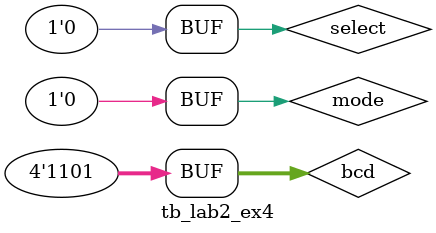
<source format=v>
`timescale 1ns / 1ps

module tb_lab2_ex4;  
    reg [3:0] bcd;  
    reg mode,select;  
    wire [5:0] led;  
   
   lab2_ex4 UUT(bcd,mode,select,led);  
    initial $monitor("%time: led=%b",$time,led);  
    initial begin  
    bcd=4'b0100; mode=1'b0; select=1'b0;  
    #10  
    bcd=4'b0100; mode=1'b1; select=1'b1;  
    #10  
    bcd=4'b0001; mode=1'b1; select=1'b0;  
    #10  
    bcd=4'b1101; mode=1'b0; select=1'b0;  
    end  
endmodule 
</source>
